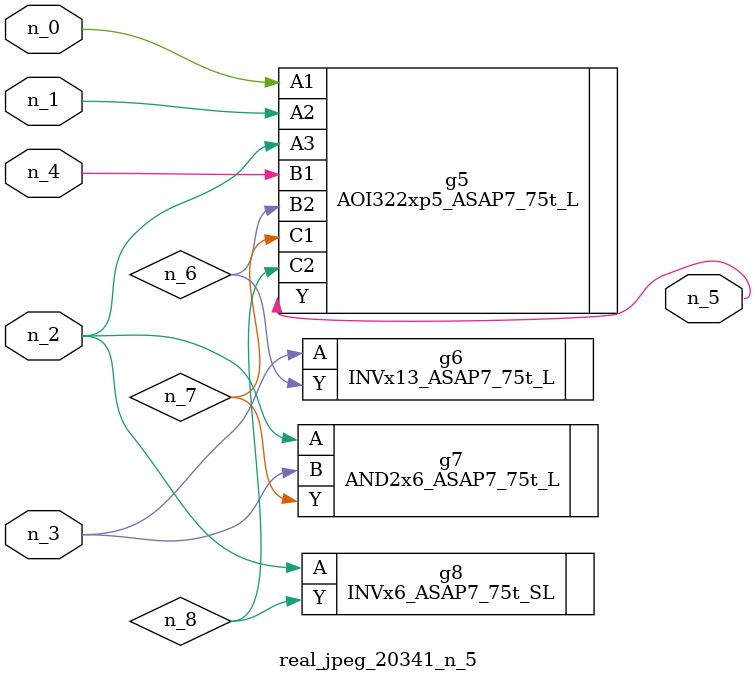
<source format=v>
module real_jpeg_20341_n_5 (n_4, n_0, n_1, n_2, n_3, n_5);

input n_4;
input n_0;
input n_1;
input n_2;
input n_3;

output n_5;

wire n_8;
wire n_6;
wire n_7;

AOI322xp5_ASAP7_75t_L g5 ( 
.A1(n_0),
.A2(n_1),
.A3(n_2),
.B1(n_4),
.B2(n_6),
.C1(n_7),
.C2(n_8),
.Y(n_5)
);

AND2x6_ASAP7_75t_L g7 ( 
.A(n_2),
.B(n_3),
.Y(n_7)
);

INVx6_ASAP7_75t_SL g8 ( 
.A(n_2),
.Y(n_8)
);

INVx13_ASAP7_75t_L g6 ( 
.A(n_3),
.Y(n_6)
);


endmodule
</source>
